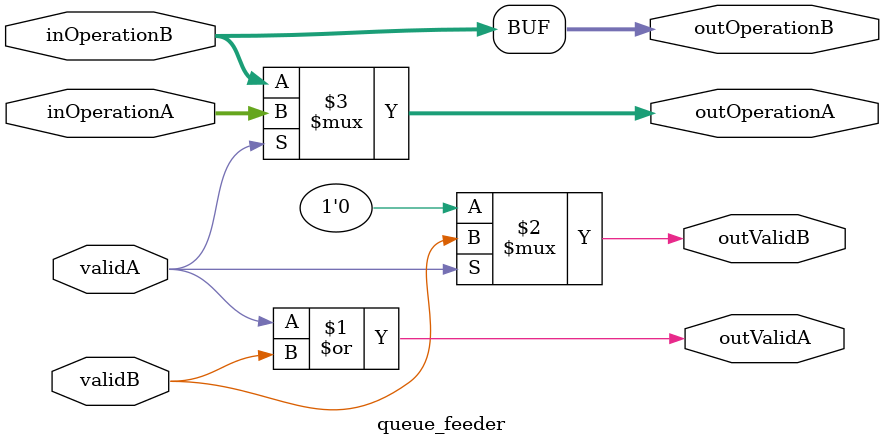
<source format=v>
module queue_feeder(
    input [95:0] inOperationA, input validA,
    input [95:0] inOperationB, input validB,
//    input [95:0] inOperationC, input validC,
    output [95:0] outOperationA, output outValidA,
    output [95:0] outOperationB, output outValidB
//    output [95:0] outOperationC, output outValidC
    );
    
    assign outValidA = validA | validB;
    assign outValidB = validA ? validB : 1'b0;
    
    assign outOperationA = validA ? inOperationA : inOperationB;
    assign outOperationB = inOperationB;

//    assign outValidA = validA | validB | validC;
//    assign outValidB = (validA) ? (validB | validC) :
//                            (validB) ? (validC) :
//                            1'b0;
//    assign outValidC = (validA & validB) ? (validC) :
//                        1'b0;

//    assign outOperationA = validA ? inOperationA :
//                            validB ? inOperationB :
//                            inOperationC;
    
//    assign outOperationB = (validA) ? validB ? inOperationB :
//                                    inOperationC :
//                            inOperationC;
                        
//    assign outOperationC = inOperationC;

endmodule
</source>
